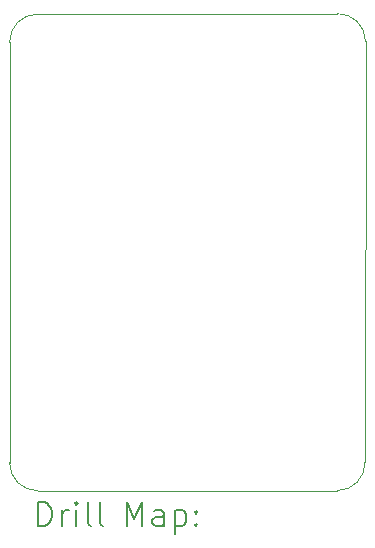
<source format=gbr>
%TF.GenerationSoftware,KiCad,Pcbnew,(7.0.0)*%
%TF.CreationDate,2023-04-15T22:03:08+02:00*%
%TF.ProjectId,incredibly_simple_voltage_regulator,696e6372-6564-4696-926c-795f73696d70,rev?*%
%TF.SameCoordinates,Original*%
%TF.FileFunction,Drillmap*%
%TF.FilePolarity,Positive*%
%FSLAX45Y45*%
G04 Gerber Fmt 4.5, Leading zero omitted, Abs format (unit mm)*
G04 Created by KiCad (PCBNEW (7.0.0)) date 2023-04-15 22:03:08*
%MOMM*%
%LPD*%
G01*
G04 APERTURE LIST*
%ADD10C,0.100000*%
%ADD11C,0.200000*%
G04 APERTURE END LIST*
D10*
X7320373Y-6575034D02*
G75*
G03*
X7560430Y-6810034I235057J4D01*
G01*
X7560430Y-6810034D02*
X10095000Y-6810053D01*
X10094570Y-2770966D02*
X7555966Y-2775377D01*
X10330000Y-6570000D02*
X10334623Y-3005966D01*
X10095000Y-6810053D02*
G75*
G03*
X10330000Y-6570000I0J235053D01*
G01*
X7320966Y-3015430D02*
X7320377Y-6575034D01*
X7555966Y-2775373D02*
G75*
G03*
X7320966Y-3015430I4J-235057D01*
G01*
X10334627Y-3005966D02*
G75*
G03*
X10094570Y-2770966I-235057J-4D01*
G01*
D11*
X7562996Y-7108563D02*
X7562996Y-6908563D01*
X7562996Y-6908563D02*
X7610615Y-6908563D01*
X7610615Y-6908563D02*
X7639187Y-6918087D01*
X7639187Y-6918087D02*
X7658234Y-6937135D01*
X7658234Y-6937135D02*
X7667758Y-6956182D01*
X7667758Y-6956182D02*
X7677282Y-6994277D01*
X7677282Y-6994277D02*
X7677282Y-7022849D01*
X7677282Y-7022849D02*
X7667758Y-7060944D01*
X7667758Y-7060944D02*
X7658234Y-7079992D01*
X7658234Y-7079992D02*
X7639187Y-7099039D01*
X7639187Y-7099039D02*
X7610615Y-7108563D01*
X7610615Y-7108563D02*
X7562996Y-7108563D01*
X7762996Y-7108563D02*
X7762996Y-6975230D01*
X7762996Y-7013325D02*
X7772520Y-6994277D01*
X7772520Y-6994277D02*
X7782044Y-6984754D01*
X7782044Y-6984754D02*
X7801091Y-6975230D01*
X7801091Y-6975230D02*
X7820139Y-6975230D01*
X7886806Y-7108563D02*
X7886806Y-6975230D01*
X7886806Y-6908563D02*
X7877282Y-6918087D01*
X7877282Y-6918087D02*
X7886806Y-6927611D01*
X7886806Y-6927611D02*
X7896330Y-6918087D01*
X7896330Y-6918087D02*
X7886806Y-6908563D01*
X7886806Y-6908563D02*
X7886806Y-6927611D01*
X8010615Y-7108563D02*
X7991568Y-7099039D01*
X7991568Y-7099039D02*
X7982044Y-7079992D01*
X7982044Y-7079992D02*
X7982044Y-6908563D01*
X8115377Y-7108563D02*
X8096330Y-7099039D01*
X8096330Y-7099039D02*
X8086806Y-7079992D01*
X8086806Y-7079992D02*
X8086806Y-6908563D01*
X8311568Y-7108563D02*
X8311568Y-6908563D01*
X8311568Y-6908563D02*
X8378234Y-7051420D01*
X8378234Y-7051420D02*
X8444901Y-6908563D01*
X8444901Y-6908563D02*
X8444901Y-7108563D01*
X8625853Y-7108563D02*
X8625853Y-7003801D01*
X8625853Y-7003801D02*
X8616330Y-6984754D01*
X8616330Y-6984754D02*
X8597282Y-6975230D01*
X8597282Y-6975230D02*
X8559187Y-6975230D01*
X8559187Y-6975230D02*
X8540139Y-6984754D01*
X8625853Y-7099039D02*
X8606806Y-7108563D01*
X8606806Y-7108563D02*
X8559187Y-7108563D01*
X8559187Y-7108563D02*
X8540139Y-7099039D01*
X8540139Y-7099039D02*
X8530615Y-7079992D01*
X8530615Y-7079992D02*
X8530615Y-7060944D01*
X8530615Y-7060944D02*
X8540139Y-7041896D01*
X8540139Y-7041896D02*
X8559187Y-7032373D01*
X8559187Y-7032373D02*
X8606806Y-7032373D01*
X8606806Y-7032373D02*
X8625853Y-7022849D01*
X8721092Y-6975230D02*
X8721092Y-7175230D01*
X8721092Y-6984754D02*
X8740139Y-6975230D01*
X8740139Y-6975230D02*
X8778234Y-6975230D01*
X8778234Y-6975230D02*
X8797282Y-6984754D01*
X8797282Y-6984754D02*
X8806806Y-6994277D01*
X8806806Y-6994277D02*
X8816330Y-7013325D01*
X8816330Y-7013325D02*
X8816330Y-7070468D01*
X8816330Y-7070468D02*
X8806806Y-7089515D01*
X8806806Y-7089515D02*
X8797282Y-7099039D01*
X8797282Y-7099039D02*
X8778234Y-7108563D01*
X8778234Y-7108563D02*
X8740139Y-7108563D01*
X8740139Y-7108563D02*
X8721092Y-7099039D01*
X8902044Y-7089515D02*
X8911568Y-7099039D01*
X8911568Y-7099039D02*
X8902044Y-7108563D01*
X8902044Y-7108563D02*
X8892520Y-7099039D01*
X8892520Y-7099039D02*
X8902044Y-7089515D01*
X8902044Y-7089515D02*
X8902044Y-7108563D01*
X8902044Y-6984754D02*
X8911568Y-6994277D01*
X8911568Y-6994277D02*
X8902044Y-7003801D01*
X8902044Y-7003801D02*
X8892520Y-6994277D01*
X8892520Y-6994277D02*
X8902044Y-6984754D01*
X8902044Y-6984754D02*
X8902044Y-7003801D01*
M02*

</source>
